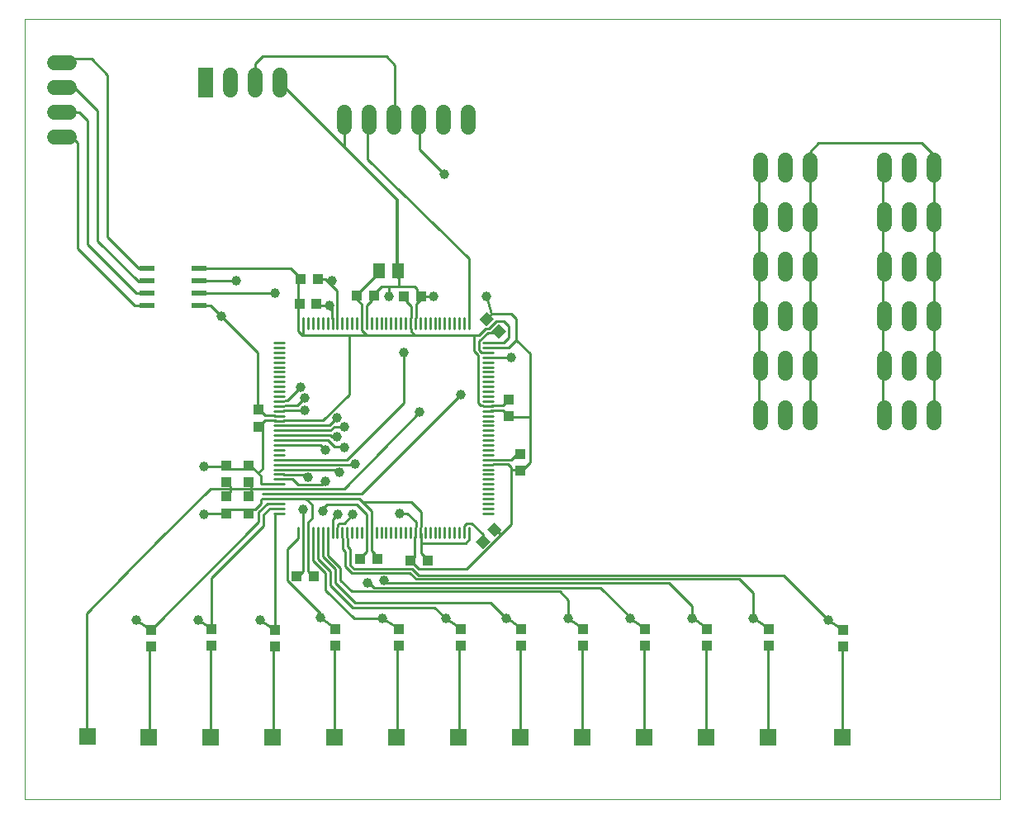
<source format=gtl>
G75*
%MOIN*%
%OFA0B0*%
%FSLAX25Y25*%
%IPPOS*%
%LPD*%
%AMOC8*
5,1,8,0,0,1.08239X$1,22.5*
%
%ADD10C,0.00000*%
%ADD11R,0.06000X0.12000*%
%ADD12C,0.01142*%
%ADD13R,0.04134X0.04252*%
%ADD14R,0.04252X0.04134*%
%ADD15R,0.05118X0.06299*%
%ADD16R,0.06299X0.02362*%
%ADD17C,0.05937*%
%ADD18C,0.06000*%
%ADD19R,0.04331X0.03937*%
%ADD20C,0.01000*%
%ADD21C,0.03962*%
%ADD22C,0.01200*%
%ADD23R,0.07087X0.07087*%
D10*
X0003500Y0001000D02*
X0003500Y0315961D01*
X0397201Y0315961D01*
X0397201Y0001000D01*
X0003500Y0001000D01*
D11*
X0076500Y0290500D03*
D12*
X0114051Y0195310D02*
X0114051Y0191138D01*
X0116020Y0191138D02*
X0116020Y0195310D01*
X0117988Y0195310D02*
X0117988Y0191138D01*
X0119957Y0191138D02*
X0119957Y0195310D01*
X0121925Y0195310D02*
X0121925Y0191138D01*
X0123894Y0191138D02*
X0123894Y0195310D01*
X0125862Y0195310D02*
X0125862Y0191138D01*
X0127831Y0191138D02*
X0127831Y0195310D01*
X0129799Y0195310D02*
X0129799Y0191138D01*
X0131768Y0191138D02*
X0131768Y0195310D01*
X0133736Y0195310D02*
X0133736Y0191138D01*
X0135705Y0191138D02*
X0135705Y0195310D01*
X0137673Y0195310D02*
X0137673Y0191138D01*
X0139642Y0191138D02*
X0139642Y0195310D01*
X0141610Y0195310D02*
X0141610Y0191138D01*
X0143579Y0191138D02*
X0143579Y0195310D01*
X0145547Y0195310D02*
X0145547Y0191138D01*
X0147516Y0191138D02*
X0147516Y0195310D01*
X0149484Y0195310D02*
X0149484Y0191138D01*
X0151453Y0191138D02*
X0151453Y0195310D01*
X0153421Y0195310D02*
X0153421Y0191138D01*
X0155390Y0191138D02*
X0155390Y0195310D01*
X0157358Y0195310D02*
X0157358Y0191138D01*
X0159327Y0191138D02*
X0159327Y0195310D01*
X0161295Y0195310D02*
X0161295Y0191138D01*
X0163264Y0191138D02*
X0163264Y0195310D01*
X0165232Y0195310D02*
X0165232Y0191138D01*
X0167201Y0191138D02*
X0167201Y0195310D01*
X0169169Y0195310D02*
X0169169Y0191138D01*
X0171138Y0191138D02*
X0171138Y0195310D01*
X0173106Y0195310D02*
X0173106Y0191138D01*
X0175075Y0191138D02*
X0175075Y0195310D01*
X0177043Y0195310D02*
X0177043Y0191138D01*
X0179012Y0191138D02*
X0179012Y0195310D01*
X0180980Y0195310D02*
X0180980Y0191138D01*
X0182949Y0191138D02*
X0182949Y0195310D01*
X0188638Y0185449D02*
X0192810Y0185449D01*
X0192810Y0183480D02*
X0188638Y0183480D01*
X0188638Y0181512D02*
X0192810Y0181512D01*
X0192810Y0179543D02*
X0188638Y0179543D01*
X0188638Y0177575D02*
X0192810Y0177575D01*
X0192810Y0175606D02*
X0188638Y0175606D01*
X0188638Y0173638D02*
X0192810Y0173638D01*
X0192810Y0171669D02*
X0188638Y0171669D01*
X0188638Y0169701D02*
X0192810Y0169701D01*
X0192810Y0167732D02*
X0188638Y0167732D01*
X0188638Y0165764D02*
X0192810Y0165764D01*
X0192810Y0163795D02*
X0188638Y0163795D01*
X0188638Y0161827D02*
X0192810Y0161827D01*
X0192810Y0159858D02*
X0188638Y0159858D01*
X0188638Y0157890D02*
X0192810Y0157890D01*
X0192810Y0155921D02*
X0188638Y0155921D01*
X0188638Y0153953D02*
X0192810Y0153953D01*
X0192810Y0151984D02*
X0188638Y0151984D01*
X0188638Y0150016D02*
X0192810Y0150016D01*
X0192810Y0148047D02*
X0188638Y0148047D01*
X0188638Y0146079D02*
X0192810Y0146079D01*
X0192810Y0144110D02*
X0188638Y0144110D01*
X0188638Y0142142D02*
X0192810Y0142142D01*
X0192810Y0140173D02*
X0188638Y0140173D01*
X0188638Y0138205D02*
X0192810Y0138205D01*
X0192810Y0136236D02*
X0188638Y0136236D01*
X0188638Y0134268D02*
X0192810Y0134268D01*
X0192810Y0132299D02*
X0188638Y0132299D01*
X0188638Y0130331D02*
X0192810Y0130331D01*
X0192810Y0128362D02*
X0188638Y0128362D01*
X0188638Y0126394D02*
X0192810Y0126394D01*
X0192810Y0124425D02*
X0188638Y0124425D01*
X0188638Y0122457D02*
X0192810Y0122457D01*
X0192810Y0120488D02*
X0188638Y0120488D01*
X0188638Y0118520D02*
X0192810Y0118520D01*
X0192810Y0116551D02*
X0188638Y0116551D01*
X0182949Y0110862D02*
X0182949Y0106690D01*
X0180980Y0106690D02*
X0180980Y0110862D01*
X0179012Y0110862D02*
X0179012Y0106690D01*
X0177043Y0106690D02*
X0177043Y0110862D01*
X0175075Y0110862D02*
X0175075Y0106690D01*
X0173106Y0106690D02*
X0173106Y0110862D01*
X0171138Y0110862D02*
X0171138Y0106690D01*
X0169169Y0106690D02*
X0169169Y0110862D01*
X0167201Y0110862D02*
X0167201Y0106690D01*
X0165232Y0106690D02*
X0165232Y0110862D01*
X0163264Y0110862D02*
X0163264Y0106690D01*
X0161295Y0106690D02*
X0161295Y0110862D01*
X0159327Y0110862D02*
X0159327Y0106690D01*
X0157358Y0106690D02*
X0157358Y0110862D01*
X0155390Y0110862D02*
X0155390Y0106690D01*
X0153421Y0106690D02*
X0153421Y0110862D01*
X0151453Y0110862D02*
X0151453Y0106690D01*
X0149484Y0106690D02*
X0149484Y0110862D01*
X0147516Y0110862D02*
X0147516Y0106690D01*
X0145547Y0106690D02*
X0145547Y0110862D01*
X0143579Y0110862D02*
X0143579Y0106690D01*
X0141610Y0106690D02*
X0141610Y0110862D01*
X0139642Y0110862D02*
X0139642Y0106690D01*
X0137673Y0106690D02*
X0137673Y0110862D01*
X0135705Y0110862D02*
X0135705Y0106690D01*
X0133736Y0106690D02*
X0133736Y0110862D01*
X0131768Y0110862D02*
X0131768Y0106690D01*
X0129799Y0106690D02*
X0129799Y0110862D01*
X0127831Y0110862D02*
X0127831Y0106690D01*
X0125862Y0106690D02*
X0125862Y0110862D01*
X0123894Y0110862D02*
X0123894Y0106690D01*
X0121925Y0106690D02*
X0121925Y0110862D01*
X0119957Y0110862D02*
X0119957Y0106690D01*
X0117988Y0106690D02*
X0117988Y0110862D01*
X0116020Y0110862D02*
X0116020Y0106690D01*
X0114051Y0106690D02*
X0114051Y0110862D01*
X0108362Y0116551D02*
X0104190Y0116551D01*
X0104190Y0118520D02*
X0108362Y0118520D01*
X0108362Y0120488D02*
X0104190Y0120488D01*
X0104190Y0122457D02*
X0108362Y0122457D01*
X0108362Y0124425D02*
X0104190Y0124425D01*
X0104190Y0126394D02*
X0108362Y0126394D01*
X0108362Y0128362D02*
X0104190Y0128362D01*
X0104190Y0130331D02*
X0108362Y0130331D01*
X0108362Y0132299D02*
X0104190Y0132299D01*
X0104190Y0134268D02*
X0108362Y0134268D01*
X0108362Y0136236D02*
X0104190Y0136236D01*
X0104190Y0138205D02*
X0108362Y0138205D01*
X0108362Y0140173D02*
X0104190Y0140173D01*
X0104190Y0142142D02*
X0108362Y0142142D01*
X0108362Y0144110D02*
X0104190Y0144110D01*
X0104190Y0146079D02*
X0108362Y0146079D01*
X0108362Y0148047D02*
X0104190Y0148047D01*
X0104190Y0150016D02*
X0108362Y0150016D01*
X0108362Y0151984D02*
X0104190Y0151984D01*
X0104190Y0153953D02*
X0108362Y0153953D01*
X0108362Y0155921D02*
X0104190Y0155921D01*
X0104190Y0157890D02*
X0108362Y0157890D01*
X0108362Y0159858D02*
X0104190Y0159858D01*
X0104190Y0161827D02*
X0108362Y0161827D01*
X0108362Y0163795D02*
X0104190Y0163795D01*
X0104190Y0165764D02*
X0108362Y0165764D01*
X0108362Y0167732D02*
X0104190Y0167732D01*
X0104190Y0169701D02*
X0108362Y0169701D01*
X0108362Y0171669D02*
X0104190Y0171669D01*
X0104190Y0173638D02*
X0108362Y0173638D01*
X0108362Y0175606D02*
X0104190Y0175606D01*
X0104190Y0177575D02*
X0108362Y0177575D01*
X0108362Y0179543D02*
X0104190Y0179543D01*
X0104190Y0181512D02*
X0108362Y0181512D01*
X0108362Y0183480D02*
X0104190Y0183480D01*
X0104190Y0185449D02*
X0108362Y0185449D01*
D13*
X0114555Y0201000D03*
X0121445Y0201000D03*
X0121945Y0211000D03*
X0115055Y0211000D03*
X0137641Y0204500D03*
X0144531Y0204500D03*
X0156641Y0204000D03*
X0163531Y0204000D03*
G36*
X0190023Y0191972D02*
X0187100Y0194895D01*
X0190105Y0197900D01*
X0193028Y0194977D01*
X0190023Y0191972D01*
G37*
G36*
X0194895Y0187100D02*
X0191972Y0190023D01*
X0194977Y0193028D01*
X0197900Y0190105D01*
X0194895Y0187100D01*
G37*
G36*
X0190472Y0109977D02*
X0193395Y0112900D01*
X0196400Y0109895D01*
X0193477Y0106972D01*
X0190472Y0109977D01*
G37*
G36*
X0185600Y0105105D02*
X0188523Y0108028D01*
X0191528Y0105023D01*
X0188605Y0102100D01*
X0185600Y0105105D01*
G37*
X0166359Y0097500D03*
X0159469Y0097500D03*
X0145859Y0098000D03*
X0138969Y0098000D03*
X0120359Y0091000D03*
X0113469Y0091000D03*
D14*
X0094000Y0116469D03*
X0094000Y0123359D03*
X0094000Y0128969D03*
X0094000Y0135859D03*
X0085000Y0135859D03*
X0085000Y0128969D03*
X0085000Y0123359D03*
X0085000Y0116469D03*
X0098000Y0151469D03*
X0098000Y0158359D03*
X0199000Y0155641D03*
X0199000Y0162531D03*
X0203500Y0140531D03*
X0203500Y0133641D03*
D15*
X0154437Y0214500D03*
X0146563Y0214500D03*
D16*
X0073949Y0215500D03*
X0073949Y0210500D03*
X0073949Y0205500D03*
X0073949Y0200500D03*
X0053051Y0200539D03*
X0053051Y0205539D03*
X0053051Y0210539D03*
X0053051Y0215500D03*
D17*
X0076500Y0287531D02*
X0076500Y0293469D01*
X0086500Y0293469D02*
X0086500Y0287531D01*
X0096500Y0287531D02*
X0096500Y0293469D01*
X0106500Y0293469D02*
X0106500Y0287531D01*
D18*
X0132500Y0278500D02*
X0132500Y0272500D01*
X0142500Y0272500D02*
X0142500Y0278500D01*
X0152500Y0278500D02*
X0152500Y0272500D01*
X0162500Y0272500D02*
X0162500Y0278500D01*
X0172500Y0278500D02*
X0172500Y0272500D01*
X0182500Y0272500D02*
X0182500Y0278500D01*
X0300500Y0259000D02*
X0300500Y0253000D01*
X0310500Y0253000D02*
X0310500Y0259000D01*
X0320500Y0259000D02*
X0320500Y0253000D01*
X0320500Y0239000D02*
X0320500Y0233000D01*
X0310500Y0233000D02*
X0310500Y0239000D01*
X0300500Y0239000D02*
X0300500Y0233000D01*
X0300500Y0219000D02*
X0300500Y0213000D01*
X0310500Y0213000D02*
X0310500Y0219000D01*
X0320500Y0219000D02*
X0320500Y0213000D01*
X0320500Y0199000D02*
X0320500Y0193000D01*
X0310500Y0193000D02*
X0310500Y0199000D01*
X0300500Y0199000D02*
X0300500Y0193000D01*
X0300500Y0179000D02*
X0300500Y0173000D01*
X0310500Y0173000D02*
X0310500Y0179000D01*
X0320500Y0179000D02*
X0320500Y0173000D01*
X0320500Y0159000D02*
X0320500Y0153000D01*
X0310500Y0153000D02*
X0310500Y0159000D01*
X0300500Y0159000D02*
X0300500Y0153000D01*
X0350500Y0153000D02*
X0350500Y0159000D01*
X0360500Y0159000D02*
X0360500Y0153000D01*
X0370500Y0153000D02*
X0370500Y0159000D01*
X0370500Y0173000D02*
X0370500Y0179000D01*
X0360500Y0179000D02*
X0360500Y0173000D01*
X0350500Y0173000D02*
X0350500Y0179000D01*
X0350500Y0193000D02*
X0350500Y0199000D01*
X0360500Y0199000D02*
X0360500Y0193000D01*
X0370500Y0193000D02*
X0370500Y0199000D01*
X0370500Y0213000D02*
X0370500Y0219000D01*
X0360500Y0219000D02*
X0360500Y0213000D01*
X0350500Y0213000D02*
X0350500Y0219000D01*
X0350500Y0233000D02*
X0350500Y0239000D01*
X0360500Y0239000D02*
X0360500Y0233000D01*
X0370500Y0233000D02*
X0370500Y0239000D01*
X0370500Y0253000D02*
X0370500Y0259000D01*
X0360500Y0259000D02*
X0360500Y0253000D01*
X0350500Y0253000D02*
X0350500Y0259000D01*
X0021500Y0268500D02*
X0015500Y0268500D01*
X0015500Y0278500D02*
X0021500Y0278500D01*
X0021500Y0288500D02*
X0015500Y0288500D01*
X0015500Y0298500D02*
X0021500Y0298500D01*
D19*
X0054500Y0069346D03*
X0054500Y0062654D03*
X0079000Y0063154D03*
X0079000Y0069846D03*
X0104500Y0069346D03*
X0104500Y0062654D03*
X0129000Y0063154D03*
X0129000Y0069846D03*
X0154500Y0069846D03*
X0154500Y0063154D03*
X0179500Y0063154D03*
X0179500Y0069846D03*
X0204000Y0069846D03*
X0204000Y0063154D03*
X0229000Y0063154D03*
X0229000Y0069846D03*
X0254000Y0069846D03*
X0254000Y0063154D03*
X0279000Y0063154D03*
X0279000Y0069846D03*
X0304000Y0069846D03*
X0304000Y0063154D03*
X0334000Y0062654D03*
X0334000Y0069346D03*
D20*
X0334000Y0069500D02*
X0328000Y0073500D01*
X0310000Y0091500D01*
X0162500Y0091500D01*
X0160000Y0094000D01*
X0136500Y0094000D01*
X0135000Y0095500D01*
X0135000Y0102000D01*
X0134000Y0103000D01*
X0134000Y0106500D01*
X0132000Y0106500D02*
X0132000Y0102000D01*
X0133000Y0101000D01*
X0133000Y0095000D01*
X0135500Y0092500D01*
X0159000Y0092500D01*
X0161500Y0090000D01*
X0292000Y0090000D01*
X0297500Y0084500D01*
X0297500Y0074000D01*
X0298000Y0074000D02*
X0304000Y0070000D01*
X0303500Y0063500D02*
X0303500Y0025500D01*
X0278500Y0025500D02*
X0278500Y0063500D01*
X0279000Y0070000D02*
X0273500Y0074000D01*
X0273000Y0074000D02*
X0273000Y0079000D01*
X0263500Y0088500D01*
X0149500Y0088500D01*
X0148500Y0089500D01*
X0144500Y0086500D02*
X0236000Y0086500D01*
X0248500Y0074000D01*
X0248000Y0074000D02*
X0254000Y0070000D01*
X0253500Y0063500D02*
X0253500Y0025500D01*
X0228500Y0025500D02*
X0228500Y0063500D01*
X0229000Y0070000D02*
X0223000Y0074000D01*
X0223000Y0081500D01*
X0219500Y0085000D01*
X0135500Y0085000D01*
X0131000Y0089500D01*
X0131000Y0094500D01*
X0126000Y0099500D01*
X0126000Y0106500D01*
X0124000Y0106500D02*
X0124000Y0099000D01*
X0129000Y0094000D01*
X0129000Y0088500D01*
X0137000Y0080500D01*
X0191500Y0080500D01*
X0198000Y0074000D01*
X0198500Y0074000D02*
X0204000Y0070000D01*
X0203500Y0063500D02*
X0203500Y0025500D01*
X0179000Y0025500D02*
X0179000Y0063500D01*
X0179500Y0070000D02*
X0173500Y0074000D01*
X0169000Y0078500D01*
X0136000Y0078500D01*
X0127000Y0087500D01*
X0127000Y0093000D01*
X0122000Y0098000D01*
X0122000Y0106500D01*
X0120000Y0107000D02*
X0120000Y0097500D01*
X0125000Y0092500D01*
X0125000Y0085500D01*
X0136500Y0074000D01*
X0148000Y0074000D01*
X0154500Y0070000D01*
X0154000Y0063500D02*
X0154000Y0025500D01*
X0128500Y0025500D02*
X0128500Y0063500D01*
X0129000Y0070000D02*
X0123000Y0074500D01*
X0123000Y0076000D01*
X0109500Y0089500D01*
X0109500Y0102000D01*
X0114000Y0106500D01*
X0116000Y0106500D02*
X0116000Y0093000D01*
X0115000Y0092000D01*
X0118000Y0093000D02*
X0119000Y0092000D01*
X0118000Y0093000D02*
X0118000Y0107000D01*
X0118000Y0109000D02*
X0118000Y0113000D01*
X0119500Y0114500D01*
X0119500Y0120000D01*
X0117000Y0122500D01*
X0138500Y0122500D01*
X0140000Y0121000D01*
X0159500Y0121000D01*
X0163500Y0117000D01*
X0163500Y0111000D01*
X0161500Y0111000D02*
X0161500Y0113000D01*
X0158000Y0116500D01*
X0155000Y0116500D01*
X0143500Y0117500D02*
X0143500Y0110500D01*
X0141500Y0111000D02*
X0141500Y0116000D01*
X0137500Y0120000D01*
X0125500Y0120000D01*
X0124000Y0118500D01*
X0128000Y0114000D02*
X0130000Y0116000D01*
X0128000Y0114000D02*
X0128000Y0111000D01*
X0130000Y0111000D02*
X0130000Y0112000D01*
X0130500Y0112500D01*
X0132500Y0112500D01*
X0136000Y0116000D01*
X0140000Y0121000D02*
X0143500Y0117500D01*
X0139500Y0124500D02*
X0179500Y0164500D01*
X0186500Y0161000D02*
X0186500Y0180500D01*
X0185000Y0182000D01*
X0185000Y0188500D01*
X0187000Y0188500D01*
X0189500Y0191000D01*
X0191000Y0191000D01*
X0194000Y0194000D01*
X0197000Y0194000D01*
X0199000Y0192000D01*
X0199000Y0187500D01*
X0197000Y0185500D01*
X0191000Y0185500D01*
X0191500Y0183500D02*
X0199000Y0183500D01*
X0202000Y0186500D01*
X0207500Y0181000D01*
X0207500Y0155500D01*
X0207500Y0137000D01*
X0204500Y0134000D01*
X0200000Y0134000D01*
X0200000Y0135000D01*
X0198500Y0136500D01*
X0192500Y0136500D01*
X0193000Y0138000D02*
X0200000Y0138000D01*
X0202000Y0140000D01*
X0200000Y0134000D02*
X0200000Y0112000D01*
X0182000Y0094000D01*
X0162500Y0094000D01*
X0160500Y0096000D01*
X0160500Y0098500D02*
X0161000Y0099000D01*
X0161000Y0107000D01*
X0163500Y0108500D02*
X0163500Y0104500D01*
X0181500Y0104500D01*
X0183000Y0106000D01*
X0183000Y0106500D01*
X0181000Y0110500D02*
X0181000Y0111500D01*
X0182000Y0112500D01*
X0184000Y0112500D01*
X0188500Y0108000D01*
X0188500Y0107500D01*
X0194500Y0109000D02*
X0195500Y0108000D01*
X0165000Y0099000D02*
X0163500Y0100500D01*
X0163500Y0104500D01*
X0145000Y0100000D02*
X0143500Y0101500D01*
X0143500Y0107000D01*
X0141500Y0107000D02*
X0141500Y0101000D01*
X0140000Y0099500D01*
X0142000Y0088500D02*
X0142500Y0088500D01*
X0144500Y0086500D01*
X0116000Y0111000D02*
X0116000Y0118000D01*
X0117000Y0122500D02*
X0108000Y0122500D01*
X0108500Y0124500D02*
X0139500Y0124500D01*
X0132500Y0126500D02*
X0163000Y0157500D01*
X0156500Y0161000D02*
X0156500Y0181500D01*
X0161000Y0188500D02*
X0141500Y0188500D01*
X0134500Y0188500D01*
X0134500Y0164500D01*
X0124000Y0154000D01*
X0108000Y0154000D01*
X0105000Y0154000D02*
X0100500Y0154000D01*
X0099500Y0153000D01*
X0099500Y0134500D01*
X0098000Y0133000D01*
X0097500Y0133000D01*
X0096000Y0134500D01*
X0086000Y0134500D01*
X0085000Y0135500D02*
X0076000Y0135500D01*
X0078500Y0126500D02*
X0058000Y0106000D01*
X0028500Y0076000D01*
X0028500Y0026000D01*
X0054000Y0025000D02*
X0054000Y0063000D01*
X0054500Y0069500D02*
X0098000Y0113000D01*
X0098000Y0117000D01*
X0101500Y0120500D01*
X0104000Y0120500D01*
X0104000Y0118500D02*
X0102500Y0118500D01*
X0100000Y0116000D01*
X0100000Y0111500D01*
X0079000Y0090500D01*
X0079000Y0070000D01*
X0073500Y0073500D01*
X0078500Y0063500D02*
X0078500Y0025500D01*
X0104000Y0025000D02*
X0104000Y0063000D01*
X0104500Y0069500D02*
X0098500Y0073500D01*
X0104500Y0070000D02*
X0104500Y0116500D01*
X0104000Y0122500D02*
X0099500Y0122500D01*
X0099000Y0122000D01*
X0099000Y0120500D01*
X0096500Y0118000D01*
X0095500Y0118000D01*
X0085500Y0118000D01*
X0084500Y0116500D02*
X0076000Y0116500D01*
X0078500Y0126500D02*
X0086500Y0126500D01*
X0086500Y0127500D01*
X0086500Y0126500D02*
X0086500Y0125000D01*
X0086500Y0126500D02*
X0095000Y0126500D01*
X0104000Y0126500D01*
X0104500Y0124500D02*
X0099500Y0124500D01*
X0095000Y0124500D02*
X0095000Y0126500D01*
X0095000Y0128000D01*
X0099000Y0128500D02*
X0099000Y0131500D01*
X0097500Y0133000D01*
X0096000Y0134500D02*
X0095500Y0135000D01*
X0099000Y0128500D02*
X0105000Y0128500D01*
X0108500Y0126500D02*
X0132500Y0126500D01*
X0130500Y0133000D02*
X0129500Y0134000D01*
X0108500Y0134000D01*
X0108000Y0132000D02*
X0117000Y0132000D01*
X0118000Y0131000D01*
X0114000Y0128000D02*
X0123500Y0128000D01*
X0125000Y0129500D01*
X0114000Y0128000D02*
X0111500Y0130500D01*
X0108500Y0130500D01*
X0107500Y0136000D02*
X0136000Y0136000D01*
X0136500Y0136500D01*
X0137000Y0136500D01*
X0133500Y0138000D02*
X0156500Y0161000D01*
X0132500Y0151500D02*
X0128500Y0151500D01*
X0127000Y0150000D01*
X0106500Y0150000D01*
X0107500Y0148000D02*
X0127000Y0148000D01*
X0127500Y0147500D01*
X0129500Y0147500D01*
X0126000Y0146000D02*
X0128500Y0143500D01*
X0132000Y0143500D01*
X0132500Y0143000D01*
X0133500Y0138000D02*
X0107000Y0138000D01*
X0108000Y0144000D02*
X0123000Y0144000D01*
X0125000Y0142000D01*
X0126000Y0146000D02*
X0107500Y0146000D01*
X0105000Y0152000D02*
X0119000Y0152000D01*
X0119500Y0152000D01*
X0126500Y0152000D01*
X0129500Y0155000D01*
X0116500Y0158000D02*
X0108000Y0158000D01*
X0108500Y0160000D02*
X0113500Y0160000D01*
X0116500Y0163000D01*
X0115000Y0167500D02*
X0109500Y0162000D01*
X0108500Y0162000D01*
X0104500Y0156000D02*
X0100500Y0156000D01*
X0097500Y0159000D01*
X0097500Y0181500D01*
X0083000Y0196000D01*
X0078500Y0200500D01*
X0075000Y0200500D01*
X0076000Y0205500D02*
X0104500Y0205500D01*
X0114500Y0211000D02*
X0115000Y0211500D01*
X0114000Y0212500D02*
X0111000Y0215500D01*
X0076000Y0215500D01*
X0076500Y0210500D02*
X0089000Y0210500D01*
X0114000Y0212500D02*
X0114000Y0190000D01*
X0115500Y0188500D01*
X0116000Y0188500D01*
X0116000Y0192000D01*
X0116000Y0188500D02*
X0134500Y0188500D01*
X0139500Y0190500D02*
X0141500Y0188500D01*
X0139500Y0190500D02*
X0139500Y0201000D01*
X0138000Y0202500D01*
X0138000Y0205000D01*
X0145000Y0212000D01*
X0147500Y0208000D02*
X0145000Y0205500D01*
X0143500Y0202500D02*
X0141500Y0200500D01*
X0141500Y0195000D01*
X0150500Y0204000D02*
X0150500Y0208000D01*
X0147500Y0208000D01*
X0150500Y0208000D02*
X0154500Y0208000D01*
X0154500Y0211500D01*
X0154000Y0212000D01*
X0154000Y0215500D01*
X0154500Y0213000D02*
X0154500Y0211500D01*
X0154500Y0208000D02*
X0161000Y0208000D01*
X0162000Y0207000D01*
X0162000Y0202500D01*
X0162500Y0202000D01*
X0164500Y0204000D01*
X0168500Y0204000D01*
X0162500Y0202000D02*
X0161500Y0201000D01*
X0161500Y0195500D01*
X0159500Y0195500D02*
X0159500Y0200000D01*
X0157500Y0202000D01*
X0159500Y0191000D02*
X0159500Y0190000D01*
X0161000Y0188500D01*
X0185000Y0188500D01*
X0187000Y0186000D02*
X0187000Y0182500D01*
X0188000Y0181500D01*
X0189000Y0181500D01*
X0191500Y0179500D02*
X0200000Y0179500D01*
X0202000Y0186500D02*
X0202000Y0195000D01*
X0200000Y0197000D01*
X0192000Y0197000D01*
X0190000Y0204000D01*
X0192000Y0197000D02*
X0190500Y0195500D01*
X0190500Y0189500D02*
X0194000Y0189500D01*
X0190500Y0189500D02*
X0187000Y0186000D01*
X0183000Y0195500D02*
X0183000Y0219500D01*
X0142000Y0259500D01*
X0142000Y0275500D01*
X0132500Y0276000D02*
X0132500Y0264500D01*
X0153000Y0275500D02*
X0153000Y0297500D01*
X0149500Y0301000D01*
X0099500Y0301000D01*
X0096500Y0298000D01*
X0096500Y0291000D01*
X0037000Y0293500D02*
X0037000Y0228000D01*
X0049500Y0215500D01*
X0052000Y0215500D01*
X0052000Y0210000D02*
X0049500Y0210000D01*
X0033000Y0226500D01*
X0033000Y0279000D01*
X0023000Y0289000D01*
X0022500Y0278500D02*
X0025500Y0278500D01*
X0029000Y0275000D01*
X0029000Y0225000D01*
X0048500Y0205500D01*
X0052500Y0205500D01*
X0053000Y0205000D01*
X0051500Y0200500D02*
X0048000Y0200500D01*
X0025000Y0223500D01*
X0025000Y0266000D01*
X0022500Y0268500D01*
X0037000Y0293500D02*
X0030500Y0300000D01*
X0021500Y0300000D01*
X0122000Y0211000D02*
X0125000Y0211000D01*
X0126500Y0209500D01*
X0127500Y0210500D01*
X0126500Y0209500D02*
X0129500Y0206500D01*
X0129500Y0195500D01*
X0127500Y0195000D02*
X0127500Y0198500D01*
X0127500Y0199500D01*
X0126500Y0200500D01*
X0125500Y0200500D02*
X0122500Y0200500D01*
X0125500Y0200500D02*
X0127500Y0198500D01*
X0186500Y0161000D02*
X0187500Y0160000D01*
X0188500Y0160000D01*
X0192000Y0160000D02*
X0196500Y0160000D01*
X0197500Y0161000D01*
X0196500Y0158000D02*
X0191500Y0158000D01*
X0196500Y0158000D02*
X0197500Y0157000D01*
X0201000Y0155500D02*
X0207500Y0155500D01*
X0300000Y0155500D02*
X0300000Y0256500D01*
X0320500Y0262500D02*
X0320500Y0156000D01*
X0320000Y0155500D01*
X0350000Y0156000D02*
X0350500Y0155500D01*
X0350000Y0156000D02*
X0350000Y0256500D01*
X0365500Y0266000D02*
X0370500Y0261000D01*
X0370500Y0257000D01*
X0370500Y0256000D01*
X0370500Y0155500D01*
X0333500Y0063000D02*
X0333500Y0025000D01*
X0054500Y0069500D02*
X0048500Y0073500D01*
X0173000Y0253500D02*
X0163000Y0263500D01*
X0163000Y0275500D01*
X0320500Y0262500D02*
X0324000Y0266000D01*
X0365500Y0266000D01*
D21*
X0200000Y0179500D03*
X0179500Y0164500D03*
X0163000Y0157500D03*
X0156500Y0181500D03*
X0150500Y0204000D03*
X0168500Y0204000D03*
X0190000Y0204000D03*
X0127500Y0210500D03*
X0126500Y0200500D03*
X0104500Y0205500D03*
X0089000Y0210500D03*
X0083000Y0196000D03*
X0115000Y0167500D03*
X0116500Y0163000D03*
X0116500Y0158000D03*
X0129500Y0155000D03*
X0132500Y0151500D03*
X0129500Y0147500D03*
X0132500Y0143000D03*
X0125000Y0142000D03*
X0130500Y0133000D03*
X0125000Y0129500D03*
X0118000Y0131000D03*
X0116000Y0118000D03*
X0124000Y0117500D03*
X0130000Y0116000D03*
X0136000Y0116000D03*
X0155000Y0116500D03*
X0137000Y0136500D03*
X0148500Y0089500D03*
X0142000Y0088500D03*
X0148000Y0074000D03*
X0173500Y0074000D03*
X0198000Y0074000D03*
X0223000Y0074000D03*
X0248000Y0074000D03*
X0273000Y0074000D03*
X0297500Y0074000D03*
X0328000Y0073500D03*
X0123000Y0074500D03*
X0098500Y0073500D03*
X0073500Y0073500D03*
X0048500Y0073500D03*
X0076000Y0116000D03*
X0076000Y0135500D03*
X0173000Y0253500D03*
D22*
X0154000Y0243000D02*
X0132500Y0264500D01*
X0106500Y0290500D01*
X0154000Y0243000D02*
X0154000Y0215500D01*
D23*
X0153500Y0026000D03*
X0128500Y0026000D03*
X0103500Y0026000D03*
X0078500Y0026000D03*
X0053500Y0026000D03*
X0029000Y0026500D03*
X0178500Y0026000D03*
X0203500Y0026000D03*
X0228500Y0026000D03*
X0253500Y0026000D03*
X0278500Y0026000D03*
X0303500Y0026000D03*
X0333500Y0026000D03*
M02*

</source>
